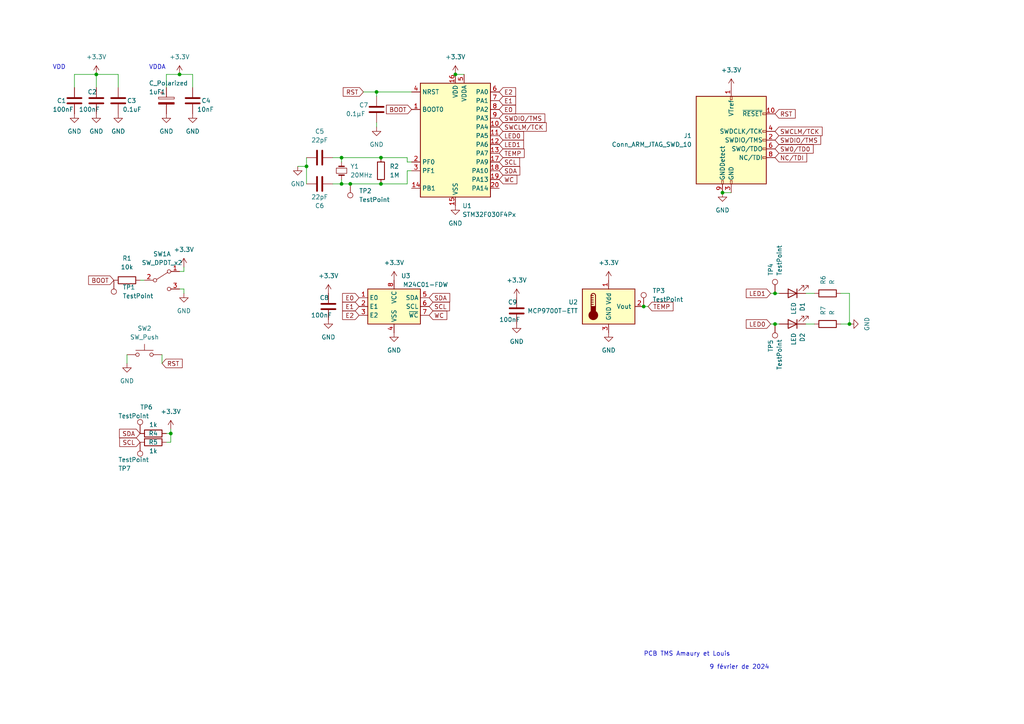
<source format=kicad_sch>
(kicad_sch (version 20211123) (generator eeschema)
  (paper "A4")
  (lib_symbols
    (symbol "Connector:Conn_ARM_JTAG_SWD_10" (pin_names (offset 1.016))
      (property "Reference" "J" (at -2.54 16.51 0))
      (property "Value" "Conn_ARM_JTAG_SWD_10" (at -2.54 13.97 0))
      (symbol "Conn_ARM_JTAG_SWD_10_0_1"
        (rectangle (start -10.16 12.7) (end 10.16 -12.7) (stroke (width 0.254)) (fill (type background)))
        (rectangle (start -2.794 -12.7) (end -2.286 -11.684))
        (rectangle (start -0.254 -12.7) (end 0.254 -11.684))
        (rectangle (start -0.254 12.7) (end 0.254 11.684))
        (rectangle (start 9.144 2.286) (end 10.16 2.794))
        (rectangle (start 10.16 -2.794) (end 9.144 -2.286))
        (rectangle (start 10.16 -0.254) (end 9.144 0.254))
        (rectangle (start 10.16 7.874) (end 9.144 7.366))
      )
      (symbol "Conn_ARM_JTAG_SWD_10_1_1"
        (rectangle (start 9.144 -5.334) (end 10.16 -4.826))
        (pin power_in line (at 0 15.24 270) (length 2.54) (name "VTref") (number "1"))
        (pin open_collector line (at 12.7 7.62 180) (length 2.54) (name "~{RESET}") (number "10"))
        (pin bidirectional line (at 12.7 0 180) (length 2.54) (name "SWDIO/TMS") (number "2"))
        (pin power_in line (at 0 -15.24 90) (length 2.54) (name "GND") (number "3"))
        (pin output line (at 12.7 2.54 180) (length 2.54) (name "SWDCLK/TCK") (number "4"))
        (pin passive line (at 0 -15.24 90) (length 2.54) hide (name "GND") (number "5"))
        (pin input line (at 12.7 -2.54 180) (length 2.54) (name "SWO/TDO") (number "6"))
        (pin no_connect line (at -10.16 0 0) (length 2.54) hide (name "KEY") (number "7"))
        (pin output line (at 12.7 -5.08 180) (length 2.54) (name "NC/TDI") (number "8"))
        (pin passive line (at -2.54 -15.24 90) (length 2.54) (name "GNDDetect") (number "9"))
      )
    )
    (symbol "Connector:TestPoint" (pin_numbers hide) (pin_names (offset 0.762) hide)
      (property "Reference" "TP" (at 0 6.858 0))
      (property "Value" "TestPoint" (at 0 5.08 0))
      (symbol "TestPoint_0_1"
        (circle (center 0 3.302) (radius 0.762))
      )
      (symbol "TestPoint_1_1"
        (pin passive line (at 0 0 90) (length 2.54) (name "1") (number "1"))
      )
    )
    (symbol "Device:C" (pin_numbers hide) (pin_names (offset 0.254))
      (property "Reference" "C" (at 0.635 2.54 0))
      (property "Value" "C" (at 0.635 -2.54 0))
      (symbol "C_0_1"
        (polyline (pts (xy -2.032 -0.762) (xy 2.032 -0.762)) (stroke (width 0.508)))
        (polyline (pts (xy -2.032 0.762) (xy 2.032 0.762)) (stroke (width 0.508)))
      )
      (symbol "C_1_1"
        (pin passive line (at 0 3.81 270) (length 2.794) (name "~") (number "1"))
        (pin passive line (at 0 -3.81 90) (length 2.794) (name "~") (number "2"))
      )
    )
    (symbol "Device:C_Polarized" (pin_numbers hide) (pin_names (offset 0.254))
      (property "Reference" "C" (at 0.635 2.54 0))
      (property "Value" "C_Polarized" (at 0.635 -2.54 0))
      (symbol "C_Polarized_0_1"
        (rectangle (start -2.286 0.508) (end 2.286 1.016))
        (polyline (pts (xy -1.778 2.286) (xy -0.762 2.286)))
        (polyline (pts (xy -1.27 2.794) (xy -1.27 1.778)))
        (rectangle (start 2.286 -0.508) (end -2.286 -1.016) (fill (type outline)))
      )
      (symbol "C_Polarized_1_1"
        (pin passive line (at 0 3.81 270) (length 2.794) (name "~") (number "1"))
        (pin passive line (at 0 -3.81 90) (length 2.794) (name "~") (number "2"))
      )
    )
    (symbol "Device:Crystal_Small" (pin_numbers hide) (pin_names (offset 1.016) hide)
      (property "Reference" "Y" (at 0 2.54 0))
      (property "Value" "Crystal_Small" (at 0 -2.54 0))
      (symbol "Crystal_Small_0_1"
        (rectangle (start -0.762 -1.524) (end 0.762 1.524))
        (polyline (pts (xy -1.27 -0.762) (xy -1.27 0.762)) (stroke (width 0.381)))
        (polyline (pts (xy 1.27 -0.762) (xy 1.27 0.762)) (stroke (width 0.381)))
      )
      (symbol "Crystal_Small_1_1"
        (pin passive line (at -2.54 0 0) (length 1.27) (name "1") (number "1"))
        (pin passive line (at 2.54 0 180) (length 1.27) (name "2") (number "2"))
      )
    )
    (symbol "Device:LED" (pin_numbers hide) (pin_names (offset 1.016) hide)
      (property "Reference" "D" (at 0 2.54 0))
      (property "Value" "LED" (at 0 -2.54 0))
      (symbol "LED_0_1"
        (polyline (pts (xy -1.27 -1.27) (xy -1.27 1.27)) (stroke (width 0.254)))
        (polyline (pts (xy -1.27 0) (xy 1.27 0)))
        (polyline (pts (xy 1.27 -1.27) (xy 1.27 1.27) (xy -1.27 0) (xy 1.27 -1.27)) (stroke (width 0.254)))
        (polyline (pts (xy -3.048 -0.762) (xy -4.572 -2.286) (xy -3.81 -2.286) (xy -4.572 -2.286) (xy -4.572 -1.524)))
        (polyline (pts (xy -1.778 -0.762) (xy -3.302 -2.286) (xy -2.54 -2.286) (xy -3.302 -2.286) (xy -3.302 -1.524)))
      )
      (symbol "LED_1_1"
        (pin passive line (at -3.81 0 0) (length 2.54) (name "K") (number "1"))
        (pin passive line (at 3.81 0 180) (length 2.54) (name "A") (number "2"))
      )
    )
    (symbol "Device:R" (pin_numbers hide) (pin_names (offset 0))
      (property "Reference" "R" (at 2.032 0 90))
      (property "Value" "R" (at 0 0 90))
      (symbol "R_0_1"
        (rectangle (start -1.016 -2.54) (end 1.016 2.54) (stroke (width 0.254)))
      )
      (symbol "R_1_1"
        (pin passive line (at 0 3.81 270) (length 1.27) (name "~") (number "1"))
        (pin passive line (at 0 -3.81 90) (length 1.27) (name "~") (number "2"))
      )
    )
    (symbol "MCU_ST_STM32F0:STM32F030F4Px"
      (property "Reference" "U" (at -10.16 16.51 0))
      (property "Value" "STM32F030F4Px" (at 5.08 16.51 0))
      (symbol "STM32F030F4Px_0_1"
        (rectangle (start -10.16 -17.78) (end 10.16 15.24) (stroke (width 0.254)) (fill (type background)))
      )
      (symbol "STM32F030F4Px_1_1"
        (pin input line (at -12.7 7.62 0) (length 2.54) (name "BOOT0") (number "1"))
        (pin bidirectional line (at 12.7 2.54 180) (length 2.54) (name "PA4") (number "10"))
        (pin bidirectional line (at 12.7 0 180) (length 2.54) (name "PA5") (number "11"))
        (pin bidirectional line (at 12.7 -2.54 180) (length 2.54) (name "PA6") (number "12"))
        (pin bidirectional line (at 12.7 -5.08 180) (length 2.54) (name "PA7") (number "13"))
        (pin bidirectional line (at -12.7 -15.24 0) (length 2.54) (name "PB1") (number "14"))
        (pin power_in line (at 0 -20.32 90) (length 2.54) (name "VSS") (number "15"))
        (pin power_in line (at 0 17.78 270) (length 2.54) (name "VDD") (number "16"))
        (pin bidirectional line (at 12.7 -7.62 180) (length 2.54) (name "PA9") (number "17"))
        (pin bidirectional line (at 12.7 -10.16 180) (length 2.54) (name "PA10") (number "18"))
        (pin bidirectional line (at 12.7 -12.7 180) (length 2.54) (name "PA13") (number "19"))
        (pin input line (at -12.7 -7.62 0) (length 2.54) (name "PF0") (number "2"))
        (pin bidirectional line (at 12.7 -15.24 180) (length 2.54) (name "PA14") (number "20"))
        (pin input line (at -12.7 -10.16 0) (length 2.54) (name "PF1") (number "3"))
        (pin input line (at -12.7 12.7 0) (length 2.54) (name "NRST") (number "4"))
        (pin power_in line (at 2.54 17.78 270) (length 2.54) (name "VDDA") (number "5"))
        (pin bidirectional line (at 12.7 12.7 180) (length 2.54) (name "PA0") (number "6"))
        (pin bidirectional line (at 12.7 10.16 180) (length 2.54) (name "PA1") (number "7"))
        (pin bidirectional line (at 12.7 7.62 180) (length 2.54) (name "PA2") (number "8"))
        (pin bidirectional line (at 12.7 5.08 180) (length 2.54) (name "PA3") (number "9"))
      )
    )
    (symbol "Memory_EEPROM:M24C01-FDW"
      (property "Reference" "U" (at -6.35 6.35 0))
      (property "Value" "M24C01-FDW" (at 7.62 6.35 0))
      (symbol "M24C01-FDW_0_1"
        (rectangle (start -7.62 5.08) (end 7.62 -5.08) (stroke (width 0.254)) (fill (type background)))
      )
      (symbol "M24C01-FDW_1_1"
        (pin input line (at -10.16 2.54 0) (length 2.54) (name "E0") (number "1"))
        (pin input line (at -10.16 0 0) (length 2.54) (name "E1") (number "2"))
        (pin input line (at -10.16 -2.54 0) (length 2.54) (name "E2") (number "3"))
        (pin power_in line (at 0 -7.62 90) (length 2.54) (name "VSS") (number "4"))
        (pin bidirectional line (at 10.16 2.54 180) (length 2.54) (name "SDA") (number "5"))
        (pin input line (at 10.16 0 180) (length 2.54) (name "SCL") (number "6"))
        (pin input line (at 10.16 -2.54 180) (length 2.54) (name "~{WC}") (number "7"))
        (pin power_in line (at 0 7.62 270) (length 2.54) (name "VCC") (number "8"))
      )
    )
    (symbol "Sensor_Temperature:MCP9700T-ETT" (pin_names (offset 1.016))
      (property "Reference" "U" (at -6.35 6.35 0))
      (property "Value" "MCP9700T-ETT" (at 1.27 6.35 0))
      (symbol "MCP9700T-ETT_0_1"
        (rectangle (start -7.62 5.08) (end 7.62 -5.08) (stroke (width 0.254)) (fill (type background)))
        (circle (center -4.445 -2.54) (radius 1.27) (stroke (width 0.254)) (fill (type outline)))
        (rectangle (start -3.81 -1.905) (end -5.08 0) (stroke (width 0.254)) (fill (type outline)))
        (arc (start -3.81 3.175) (mid -4.445 3.81) (end -5.08 3.175) (stroke (width 0.254)))
        (polyline (pts (xy -5.08 0.635) (xy -4.445 0.635)) (stroke (width 0.254)))
        (polyline (pts (xy -5.08 1.27) (xy -4.445 1.27)) (stroke (width 0.254)))
        (polyline (pts (xy -5.08 1.905) (xy -4.445 1.905)) (stroke (width 0.254)))
        (polyline (pts (xy -5.08 2.54) (xy -4.445 2.54)) (stroke (width 0.254)))
        (polyline (pts (xy -5.08 3.175) (xy -5.08 0)) (stroke (width 0.254)))
        (polyline (pts (xy -5.08 3.175) (xy -4.445 3.175)) (stroke (width 0.254)))
        (polyline (pts (xy -3.81 3.175) (xy -3.81 0)) (stroke (width 0.254)))
      )
      (symbol "MCP9700T-ETT_1_1"
        (pin power_in line (at 0 7.62 270) (length 2.54) (name "Vdd") (number "1"))
        (pin output line (at 10.16 0 180) (length 2.54) (name "Vout") (number "2"))
        (pin power_in line (at 0 -7.62 90) (length 2.54) (name "GND") (number "3"))
      )
    )
    (symbol "Switch:SW_DPDT_x2" (pin_names (offset 0) hide)
      (property "Reference" "SW" (at 0 4.318 0))
      (property "Value" "SW_DPDT_x2" (at 0 -5.08 0))
      (symbol "SW_DPDT_x2_0_0"
        (circle (center -2.032 0) (radius 0.508))
        (circle (center 2.032 -2.54) (radius 0.508))
      )
      (symbol "SW_DPDT_x2_0_1"
        (polyline (pts (xy -1.524 0.254) (xy 1.651 2.286)))
        (circle (center 2.032 2.54) (radius 0.508))
      )
      (symbol "SW_DPDT_x2_1_1"
        (pin passive line (at 5.08 2.54 180) (length 2.54) (name "A") (number "1"))
        (pin passive line (at -5.08 0 0) (length 2.54) (name "B") (number "2"))
        (pin passive line (at 5.08 -2.54 180) (length 2.54) (name "C") (number "3"))
      )
      (symbol "SW_DPDT_x2_2_1"
        (pin passive line (at 5.08 2.54 180) (length 2.54) (name "A") (number "4"))
        (pin passive line (at -5.08 0 0) (length 2.54) (name "B") (number "5"))
        (pin passive line (at 5.08 -2.54 180) (length 2.54) (name "C") (number "6"))
      )
    )
    (symbol "Switch:SW_Push" (pin_numbers hide) (pin_names (offset 1.016) hide)
      (property "Reference" "SW" (at 1.27 2.54 0))
      (property "Value" "SW_Push" (at 0 -1.524 0))
      (symbol "SW_Push_0_1"
        (circle (center -2.032 0) (radius 0.508))
        (polyline (pts (xy 0 1.27) (xy 0 3.048)))
        (polyline (pts (xy 2.54 1.27) (xy -2.54 1.27)))
        (circle (center 2.032 0) (radius 0.508))
        (pin passive line (at -5.08 0 0) (length 2.54) (name "1") (number "1"))
        (pin passive line (at 5.08 0 180) (length 2.54) (name "2") (number "2"))
      )
    )
    (symbol "power:+3.3V" (power) (pin_names (offset 0))
      (property "Value" "+3.3V" (at 0 3.556 0))
      (symbol "+3.3V_0_1"
        (polyline (pts (xy -0.762 1.27) (xy 0 2.54)))
        (polyline (pts (xy 0 0) (xy 0 2.54)))
        (polyline (pts (xy 0 2.54) (xy 0.762 1.27)))
      )
      (symbol "+3.3V_1_1"
        (pin power_in line (at 0 0 90) (length 0) hide (name "+3.3V") (number "1"))
      )
    )
    (symbol "power:GND" (power) (pin_names (offset 0))
      (property "Value" "GND" (at 0 -3.81 0))
      (symbol "GND_0_1"
        (polyline (pts (xy 0 0) (xy 0 -1.27) (xy 1.27 -1.27) (xy 0 -2.54) (xy -1.27 -1.27) (xy 0 -1.27)))
      )
      (symbol "GND_1_1"
        (pin power_in line (at 0 0 270) (length 0) hide (name "GND") (number "1"))
      )
    )
  )
  (junction (at 110.49 53.34))
  (junction (at 49.53 125.73))
  (junction (at 246.38 93.98))
  (junction (at 209.55 55.88))
  (junction (at 88.9 48.26))
  (junction (at 186.69 88.9))
  (junction (at 224.79 93.98))
  (junction (at 224.79 85.09))
  (junction (at 99.06 53.34))
  (junction (at 27.94 21.59))
  (junction (at 109.22 26.67))
  (junction (at 132.08 21.59))
  (junction (at 52.07 21.59))
  (junction (at 110.49 45.72))
  (junction (at 101.6 53.34))
  (junction (at 99.06 45.72))
  (wire (pts (xy 36.83 102.87) (xy 36.83 105.41)))
  (wire (pts (xy 88.9 48.26) (xy 88.9 53.34)))
  (wire (pts (xy 223.52 85.09) (xy 224.79 85.09)))
  (wire (pts (xy 49.53 125.73) (xy 48.26 125.73)))
  (wire (pts (xy 99.06 53.34) (xy 101.6 53.34)))
  (wire (pts (xy 233.68 85.09) (xy 236.22 85.09)))
  (wire (pts (xy 109.22 26.67) (xy 109.22 27.94)))
  (wire (pts (xy 110.49 45.72) (xy 118.11 45.72)))
  (wire (pts (xy 49.53 125.73) (xy 49.53 128.27)))
  (wire (pts (xy 118.11 46.99) (xy 119.38 46.99)))
  (wire (pts (xy 88.9 45.72) (xy 88.9 48.26)))
  (wire (pts (xy 209.55 55.88) (xy 212.09 55.88)))
  (wire (pts (xy 101.6 53.34) (xy 110.49 53.34)))
  (wire (pts (xy 46.99 102.87) (xy 46.99 105.41)))
  (wire (pts (xy 99.06 45.72) (xy 110.49 45.72)))
  (wire (pts (xy 53.34 78.74) (xy 52.07 78.74)))
  (wire (pts (xy 40.64 81.28) (xy 41.91 81.28)))
  (wire (pts (xy 118.11 45.72) (xy 118.11 46.99)))
  (wire (pts (xy 86.36 48.26) (xy 88.9 48.26)))
  (wire (pts (xy 99.06 46.99) (xy 99.06 45.72)))
  (wire (pts (xy 49.53 128.27) (xy 48.26 128.27)))
  (wire (pts (xy 21.59 21.59) (xy 21.59 25.4)))
  (wire (pts (xy 34.29 21.59) (xy 27.94 21.59)))
  (wire (pts (xy 96.52 53.34) (xy 99.06 53.34)))
  (wire (pts (xy 224.79 93.98) (xy 226.06 93.98)))
  (wire (pts (xy 96.52 45.72) (xy 99.06 45.72)))
  (wire (pts (xy 224.79 85.09) (xy 226.06 85.09)))
  (wire (pts (xy 243.84 93.98) (xy 246.38 93.98)))
  (wire (pts (xy 53.34 83.82) (xy 53.34 85.09)))
  (wire (pts (xy 34.29 25.4) (xy 34.29 21.59)))
  (wire (pts (xy 27.94 21.59) (xy 27.94 25.4)))
  (wire (pts (xy 187.96 88.9) (xy 186.69 88.9)))
  (wire (pts (xy 132.08 21.59) (xy 134.62 21.59)))
  (wire (pts (xy 109.22 35.56) (xy 109.22 36.83)))
  (wire (pts (xy 118.11 49.53) (xy 118.11 53.34)))
  (wire (pts (xy 55.88 25.4) (xy 55.88 21.59)))
  (wire (pts (xy 110.49 53.34) (xy 118.11 53.34)))
  (wire (pts (xy 99.06 52.07) (xy 99.06 53.34)))
  (wire (pts (xy 119.38 49.53) (xy 118.11 49.53)))
  (wire (pts (xy 109.22 26.67) (xy 119.38 26.67)))
  (wire (pts (xy 27.94 21.59) (xy 21.59 21.59)))
  (wire (pts (xy 55.88 21.59) (xy 52.07 21.59)))
  (wire (pts (xy 223.52 93.98) (xy 224.79 93.98)))
  (wire (pts (xy 53.34 77.47) (xy 53.34 78.74)))
  (wire (pts (xy 52.07 21.59) (xy 48.26 21.59)))
  (wire (pts (xy 52.07 83.82) (xy 53.34 83.82)))
  (wire (pts (xy 48.26 21.59) (xy 48.26 25.4)))
  (wire (pts (xy 49.53 124.46) (xy 49.53 125.73)))
  (wire (pts (xy 246.38 85.09) (xy 246.38 93.98)))
  (wire (pts (xy 233.68 93.98) (xy 236.22 93.98)))
  (wire (pts (xy 243.84 85.09) (xy 246.38 85.09)))
  (wire (pts (xy 105.41 26.67) (xy 109.22 26.67)))
  (text "VDDA" (at 43.18 20.32 0) (effects (font (size 1.27 1.27)) (justify left bottom)))
  (text "9 février de 2024" (at 205.74 194.31 0) (effects (font (size 1.27 1.27)) (justify left bottom)))
  (text "VDD" (at 15.24 20.32 0) (effects (font (size 1.27 1.27)) (justify left bottom)))
  (text "PCB TMS Amaury et Louis" (at 186.69 190.5 0) (effects (font (size 1.27 1.27)) (justify left bottom)))
  (global_label "WC" (shape input) (at 124.46 91.44 0) (property "Références Inter-Feuilles" "${INTERSHEET_REFS}" (effects hide)))
  (global_label "SDA" (shape input) (at 40.64 125.73 180) (property "Références Inter-Feuilles" "${INTERSHEET_REFS}" (effects hide)))
  (global_label "E2" (shape input) (at 104.14 91.44 180) (property "Références Inter-Feuilles" "${INTERSHEET_REFS}" (effects hide)))
  (global_label "LED1" (shape input) (at 223.52 85.09 180) (property "Références Inter-Feuilles" "${INTERSHEET_REFS}" (effects hide)))
  (global_label "SWCLM{slash}TCK" (shape input) (at 144.78 36.83 0) (property "Références Inter-Feuilles" "${INTERSHEET_REFS}" (effects hide)))
  (global_label "SWDIO{slash}TMS" (shape input) (at 144.78 34.29 0) (property "Références Inter-Feuilles" "${INTERSHEET_REFS}" (effects hide)))
  (global_label "TEMP" (shape input) (at 187.96 88.9 0) (property "Références Inter-Feuilles" "${INTERSHEET_REFS}" (effects hide)))
  (global_label "LED0" (shape input) (at 223.52 93.98 180) (property "Références Inter-Feuilles" "${INTERSHEET_REFS}" (effects hide)))
  (global_label "E0" (shape input) (at 144.78 31.75 0) (property "Références Inter-Feuilles" "${INTERSHEET_REFS}" (effects hide)))
  (global_label "LED0" (shape input) (at 144.78 39.37 0) (property "Références Inter-Feuilles" "${INTERSHEET_REFS}" (effects hide)))
  (global_label "E1" (shape input) (at 104.14 88.9 180) (property "Références Inter-Feuilles" "${INTERSHEET_REFS}" (effects hide)))
  (global_label "RST" (shape input) (at 46.99 105.41 0) (property "Références Inter-Feuilles" "${INTERSHEET_REFS}" (effects hide)))
  (global_label "NC{slash}TDI" (shape input) (at 224.79 45.72 0) (property "Références Inter-Feuilles" "${INTERSHEET_REFS}" (effects hide)))
  (global_label "BOOT" (shape input) (at 119.38 31.75 180) (property "Références Inter-Feuilles" "${INTERSHEET_REFS}" (effects hide)))
  (global_label "SW0{slash}TD0" (shape input) (at 224.79 43.18 0) (property "Références Inter-Feuilles" "${INTERSHEET_REFS}" (effects hide)))
  (global_label "SWCLM{slash}TCK" (shape input) (at 224.79 38.1 0) (property "Références Inter-Feuilles" "${INTERSHEET_REFS}" (effects hide)))
  (global_label "SDA" (shape input) (at 124.46 86.36 0) (property "Références Inter-Feuilles" "${INTERSHEET_REFS}" (effects hide)))
  (global_label "BOOT" (shape input) (at 33.02 81.28 180) (property "Références Inter-Feuilles" "${INTERSHEET_REFS}" (effects hide)))
  (global_label "E0" (shape input) (at 104.14 86.36 180) (property "Références Inter-Feuilles" "${INTERSHEET_REFS}" (effects hide)))
  (global_label "E1" (shape input) (at 144.78 29.21 0) (property "Références Inter-Feuilles" "${INTERSHEET_REFS}" (effects hide)))
  (global_label "SCL" (shape input) (at 124.46 88.9 0) (property "Références Inter-Feuilles" "${INTERSHEET_REFS}" (effects hide)))
  (global_label "E2" (shape input) (at 144.78 26.67 0) (property "Références Inter-Feuilles" "${INTERSHEET_REFS}" (effects hide)))
  (global_label "RST" (shape input) (at 105.41 26.67 180) (property "Références Inter-Feuilles" "${INTERSHEET_REFS}" (effects hide)))
  (global_label "SWDIO{slash}TMS" (shape input) (at 224.79 40.64 0) (property "Références Inter-Feuilles" "${INTERSHEET_REFS}" (effects hide)))
  (global_label "TEMP" (shape input) (at 144.78 44.45 0) (property "Références Inter-Feuilles" "${INTERSHEET_REFS}" (effects hide)))
  (global_label "SCL" (shape input) (at 40.64 128.27 180) (property "Références Inter-Feuilles" "${INTERSHEET_REFS}" (effects hide)))
  (global_label "SDA" (shape input) (at 144.78 49.53 0) (property "Références Inter-Feuilles" "${INTERSHEET_REFS}" (effects hide)))
  (global_label "LED1" (shape input) (at 144.78 41.91 0) (property "Références Inter-Feuilles" "${INTERSHEET_REFS}" (effects hide)))
  (global_label "RST" (shape input) (at 224.79 33.02 0) (property "Références Inter-Feuilles" "${INTERSHEET_REFS}" (effects hide)))
  (global_label "SCL" (shape input) (at 144.78 46.99 0) (property "Références Inter-Feuilles" "${INTERSHEET_REFS}" (effects hide)))
  (global_label "WC" (shape input) (at 144.78 52.07 0) (property "Références Inter-Feuilles" "${INTERSHEET_REFS}" (effects hide)))
  (symbol (lib_id "power:GND") (at 86.36 48.26 0) (unit 1)
    (property "Reference" "#PWR0111" (effects hide))
    (property "Value" "GND" (at 86.36 53.34 0))
  )
  (symbol (lib_id "Connector:TestPoint") (at 40.64 125.73 0) (unit 1)
    (property "Reference" "TP6" (at 40.64 118.11 0) (effects (justify left)))
    (property "Value" "TestPoint" (at 34.29 120.65 0) (effects (justify left)))
    (property "Footprint" "TestPoint:TestPoint_Pad_D1.0mm" (effects hide))
  )
  (symbol (lib_id "Connector:TestPoint") (at 40.64 128.27 180) (unit 1)
    (property "Reference" "TP7" (at 34.29 135.89 0) (effects (justify right)))
    (property "Value" "TestPoint" (at 34.29 133.35 0) (effects (justify right)))
    (property "Footprint" "TestPoint:TestPoint_Pad_D1.0mm" (effects hide))
  )
  (symbol (lib_id "Device:C") (at 95.25 88.9 180) (unit 1)
    (property "Reference" "C8" (at 92.71 86.36 0) (effects (justify right)))
    (property "Value" "100nF" (at 90.17 91.44 0) (effects (justify right)))
    (property "Footprint" "Capacitor_SMD:C_0603_1608Metric_Pad1.08x0.95mm_HandSolder" (effects hide))
  )
  (symbol (lib_id "Device:C") (at 92.71 45.72 90) (unit 1)
    (property "Reference" "C5" (at 92.71 38.1 90))
    (property "Value" "22pF" (at 92.71 40.64 90))
    (property "Footprint" "Capacitor_SMD:C_0603_1608Metric_Pad1.08x0.95mm_HandSolder" (effects hide))
  )
  (symbol (lib_id "power:GND") (at 36.83 105.41 0) (unit 1)
    (property "Reference" "#PWR0112" (effects hide))
    (property "Value" "GND" (at 36.83 110.49 0))
  )
  (symbol (lib_id "Device:R") (at 44.45 128.27 90) (unit 1)
    (property "Reference" "R5" (at 44.45 128.27 90))
    (property "Value" "1k" (at 44.45 130.81 90))
    (property "Footprint" "Resistor_SMD:R_0603_1608Metric_Pad0.98x0.95mm_HandSolder" (effects hide))
  )
  (symbol (lib_id "Device:C_Polarized") (at 48.26 29.21 0) (unit 1)
    (property "Reference" "1uF1" (at 43.18 26.67 0) (effects (justify left)))
    (property "Value" "C_Polarized" (at 43.18 24.13 0) (effects (justify left)))
    (property "Footprint" "Capacitor_SMD:C_0603_1608Metric_Pad1.08x0.95mm_HandSolder" (effects hide))
  )
  (symbol (lib_id "power:+3.3V") (at 176.53 81.28 0) (unit 1)
    (property "Reference" "#PWR0117" (effects hide))
    (property "Value" "+3.3V" (at 176.53 76.2 0))
  )
  (symbol (lib_id "power:GND") (at 132.08 59.69 0) (unit 1)
    (property "Reference" "#PWR0110" (effects hide))
    (property "Value" "GND" (at 132.08 64.77 0))
  )
  (symbol (lib_id "Memory_EEPROM:M24C01-FDW") (at 114.3 88.9 0) (unit 1)
    (property "Reference" "U3" (at 116.3194 80.01 0) (effects (justify left)))
    (property "Value" "M24C01-FDW" (at 116.84 82.55 0) (effects (justify left)))
    (property "Footprint" "Package_SO:TSSOP-8_4.4x3mm_P0.65mm" (effects hide))
    (property "Datasheet" "http://www.st.com/content/ccc/resource/technical/document/datasheet/b0/d8/50/40/5a/85/49/6f/DM00071904.pdf/files/DM00071904.pdf/jcr:content/translations/en.DM00071904.pdf" (effects hide))
  )
  (symbol (lib_id "power:GND") (at 114.3 96.52 0) (unit 1)
    (property "Reference" "#PWR0120" (effects hide))
    (property "Value" "GND" (at 114.3 101.6 0))
  )
  (symbol (lib_id "Connector:Conn_ARM_JTAG_SWD_10") (at 212.09 40.64 0) (unit 1)
    (property "Reference" "J1" (at 200.66 39.3699 0) (effects (justify right)))
    (property "Value" "Conn_ARM_JTAG_SWD_10" (at 200.66 41.9099 0) (effects (justify right)))
    (property "Footprint" "Connector_PinHeader_2.54mm:PinHeader_2x05_P2.54mm_Vertical" (effects hide))
    (property "Datasheet" "http://infocenter.arm.com/help/topic/com.arm.doc.ddi0314h/DDI0314H_coresight_components_trm.pdf" (effects hide))
  )
  (symbol (lib_id "power:+3.3V") (at 95.25 85.09 0) (unit 1)
    (property "Reference" "#PWR0123" (effects hide))
    (property "Value" "+3.3V" (at 95.25 80.01 0))
  )
  (symbol (lib_id "Connector:TestPoint") (at 224.79 85.09 0) (unit 1)
    (property "Reference" "TP4" (at 223.5199 80.01 90) (effects (justify left)))
    (property "Value" "TestPoint" (at 226.0599 80.01 90) (effects (justify left)))
    (property "Footprint" "TestPoint:TestPoint_Pad_D1.0mm" (effects hide))
  )
  (symbol (lib_id "Device:C") (at 109.22 31.75 180) (unit 1)
    (property "Reference" "C7" (at 104.14 30.48 0) (effects (justify right)))
    (property "Value" "0.1µF" (at 100.33 33.02 0) (effects (justify right)))
    (property "Footprint" "Capacitor_SMD:C_0603_1608Metric_Pad1.08x0.95mm_HandSolder" (effects hide))
  )
  (symbol (lib_id "power:+3.3V") (at 212.09 25.4 0) (unit 1)
    (property "Reference" "#PWR0113" (effects hide))
    (property "Value" "+3.3V" (at 212.09 20.32 0))
  )
  (symbol (lib_id "MCU_ST_STM32F0:STM32F030F4Px") (at 132.08 39.37 0) (unit 1)
    (property "Reference" "U1" (at 134.0994 59.69 0) (effects (justify left)))
    (property "Value" "STM32F030F4Px" (at 134.0994 62.23 0) (effects (justify left)))
    (property "Footprint" "Package_SO:TSSOP-20_4.4x6.5mm_P0.65mm" (effects hide))
    (property "Datasheet" "http://www.st.com/st-web-ui/static/active/en/resource/technical/document/datasheet/DM00088500.pdf" (effects hide))
  )
  (symbol (lib_id "Device:C") (at 21.59 29.21 180) (unit 1)
    (property "Reference" "C1" (at 16.51 29.21 0) (effects (justify right)))
    (property "Value" "100nF" (at 15.24 31.75 0) (effects (justify right)))
    (property "Footprint" "Capacitor_SMD:C_0603_1608Metric_Pad1.08x0.95mm_HandSolder" (effects hide))
  )
  (symbol (lib_id "power:+3.3V") (at 49.53 124.46 0) (unit 1)
    (property "Reference" "#PWR0119" (effects hide))
    (property "Value" "+3.3V" (at 49.53 119.38 0))
  )
  (symbol (lib_id "Connector:TestPoint") (at 186.69 88.9 0) (unit 1)
    (property "Reference" "TP3" (at 189.23 84.3279 0) (effects (justify left)))
    (property "Value" "TestPoint" (at 189.23 86.8679 0) (effects (justify left)))
    (property "Footprint" "TestPoint:TestPoint_Pad_D1.0mm" (effects hide))
  )
  (symbol (lib_id "Device:C") (at 55.88 29.21 180) (unit 1)
    (property "Reference" "C4" (at 58.42 29.21 0) (effects (justify right)))
    (property "Value" "10nF" (at 57.15 31.75 0) (effects (justify right)))
    (property "Footprint" "Capacitor_SMD:C_0603_1608Metric_Pad1.08x0.95mm_HandSolder" (effects hide))
  )
  (symbol (lib_id "Device:R") (at 44.45 125.73 270) (unit 1)
    (property "Reference" "R4" (at 44.45 125.73 90))
    (property "Value" "1k" (at 44.45 123.19 90))
    (property "Footprint" "Resistor_SMD:R_0603_1608Metric_Pad0.98x0.95mm_HandSolder" (effects hide))
  )
  (symbol (lib_id "Device:C") (at 149.86 90.17 180) (unit 1)
    (property "Reference" "C9" (at 147.32 87.63 0) (effects (justify right)))
    (property "Value" "100nF" (at 144.78 92.71 0) (effects (justify right)))
    (property "Footprint" "Capacitor_SMD:C_0603_1608Metric_Pad1.08x0.95mm_HandSolder" (effects hide))
  )
  (symbol (lib_id "power:GND") (at 48.26 33.02 0) (unit 1)
    (property "Reference" "#PWR0107" (effects hide))
    (property "Value" "GND" (at 48.26 38.1 0))
  )
  (symbol (lib_id "power:GND") (at 209.55 55.88 0) (unit 1)
    (property "Reference" "#PWR0114" (effects hide))
    (property "Value" "GND" (at 209.55 60.96 0))
  )
  (symbol (lib_id "Device:C") (at 92.71 53.34 90) (unit 1)
    (property "Reference" "C6" (at 92.71 59.69 90))
    (property "Value" "22pF" (at 92.71 57.15 90))
    (property "Footprint" "Capacitor_SMD:C_0603_1608Metric_Pad1.08x0.95mm_HandSolder" (effects hide))
  )
  (symbol (lib_id "Switch:SW_Push") (at 41.91 102.87 0) (unit 1)
    (property "Reference" "SW2" (at 41.91 95.25 0))
    (property "Value" "SW_Push" (at 41.91 97.79 0))
    (property "Footprint" "Button_Switch_SMD:SW_SPST_SKQG_WithStem" (effects hide))
  )
  (symbol (lib_id "power:GND") (at 176.53 96.52 0) (unit 1)
    (property "Reference" "#PWR0118" (effects hide))
    (property "Value" "GND" (at 176.53 101.6 0))
  )
  (symbol (lib_id "Connector:TestPoint") (at 101.6 53.34 180) (unit 1)
    (property "Reference" "TP2" (at 104.14 55.3719 0) (effects (justify right)))
    (property "Value" "TestPoint" (at 104.14 57.9119 0) (effects (justify right)))
    (property "Footprint" "TestPoint:TestPoint_Pad_D1.0mm" (effects hide))
  )
  (symbol (lib_id "power:GND") (at 27.94 33.02 0) (unit 1)
    (property "Reference" "#PWR0103" (effects hide))
    (property "Value" "GND" (at 27.94 38.1 0))
  )
  (symbol (lib_id "power:GND") (at 53.34 85.09 0) (unit 1)
    (property "Reference" "#PWR0109" (effects hide))
    (property "Value" "GND" (at 53.34 90.17 0))
  )
  (symbol (lib_id "Device:Crystal_Small") (at 99.06 49.53 90) (unit 1)
    (property "Reference" "Y1" (at 101.6 48.2599 90) (effects (justify right)))
    (property "Value" "20MHz" (at 101.6 50.7999 90) (effects (justify right)))
    (property "Footprint" "Crystal:Crystal_SMD_HC49-SD_HandSoldering" (effects hide))
  )
  (symbol (lib_id "Device:LED") (at 229.87 85.09 180) (unit 1)
    (property "Reference" "D1" (at 232.7276 87.63 90) (effects (justify left)))
    (property "Value" "LED" (at 230.1876 87.63 90) (effects (justify left)))
    (property "Footprint" "Diode_SMD:D_0603_1608Metric_Pad1.05x0.95mm_HandSolder" (effects hide))
  )
  (symbol (lib_id "Device:R") (at 240.03 93.98 90) (unit 1)
    (property "Reference" "R7" (at 238.7599 91.44 0) (effects (justify left)))
    (property "Value" "R" (at 241.2999 91.44 0) (effects (justify left)))
    (property "Footprint" "Resistor_SMD:R_0603_1608Metric_Pad0.98x0.95mm_HandSolder" (effects hide))
  )
  (symbol (lib_id "power:GND") (at 95.25 92.71 0) (unit 1)
    (property "Reference" "#PWR0124" (effects hide))
    (property "Value" "GND" (at 95.25 97.79 0))
  )
  (symbol (lib_id "power:+3.3V") (at 53.34 77.47 0) (unit 1)
    (property "Reference" "#PWR0108" (effects hide))
    (property "Value" "+3.3V" (at 53.34 72.39 0))
  )
  (symbol (lib_id "Switch:SW_DPDT_x2") (at 46.99 81.28 0) (unit 1)
    (property "Reference" "SW1" (at 46.99 73.66 0))
    (property "Value" "SW_DPDT_x2" (at 46.99 76.2 0))
    (property "Footprint" "Connector_PinHeader_2.54mm:PinHeader_1x03_P2.54mm_Vertical" (effects hide))
  )
  (symbol (lib_id "Device:C") (at 27.94 29.21 180) (unit 1)
    (property "Reference" "C2" (at 25.4 26.67 0) (effects (justify right)))
    (property "Value" "100nF" (at 22.86 31.75 0) (effects (justify right)))
    (property "Footprint" "Capacitor_SMD:C_0603_1608Metric_Pad1.08x0.95mm_HandSolder" (effects hide))
  )
  (symbol (lib_id "Device:R") (at 110.49 49.53 0) (unit 1)
    (property "Reference" "R2" (at 113.03 48.2599 0) (effects (justify left)))
    (property "Value" "1M" (at 113.03 50.7999 0) (effects (justify left)))
    (property "Footprint" "Resistor_SMD:R_0603_1608Metric_Pad0.98x0.95mm_HandSolder" (effects hide))
  )
  (symbol (lib_id "power:+3.3V") (at 27.94 21.59 0) (unit 1)
    (property "Reference" "#PWR0102" (effects hide))
    (property "Value" "+3.3V" (at 27.94 16.51 0))
  )
  (symbol (lib_id "Device:C") (at 34.29 29.21 180) (unit 1)
    (property "Reference" "C3" (at 36.83 29.21 0) (effects (justify right)))
    (property "Value" "0.1uF" (at 35.56 31.75 0) (effects (justify right)))
    (property "Footprint" "Capacitor_SMD:C_0603_1608Metric_Pad1.08x0.95mm_HandSolder" (effects hide))
  )
  (symbol (lib_id "power:+3.3V") (at 149.86 86.36 0) (unit 1)
    (property "Reference" "#PWR0125" (effects hide))
    (property "Value" "+3.3V" (at 149.86 81.28 0))
  )
  (symbol (lib_id "power:GND") (at 109.22 36.83 0) (unit 1)
    (property "Reference" "#PWR0115" (effects hide))
    (property "Value" "GND" (at 109.22 41.91 0))
  )
  (symbol (lib_id "Connector:TestPoint") (at 224.79 93.98 180) (unit 1)
    (property "Reference" "TP5" (at 223.52 100.33 90))
    (property "Value" "TestPoint" (at 226.06 102.87 90))
    (property "Footprint" "TestPoint:TestPoint_Pad_D1.0mm" (effects hide))
  )
  (symbol (lib_id "power:GND") (at 149.86 93.98 0) (unit 1)
    (property "Reference" "#PWR0126" (effects hide))
    (property "Value" "GND" (at 149.86 99.06 0))
  )
  (symbol (lib_id "power:+3.3V") (at 132.08 21.59 0) (unit 1)
    (property "Reference" "#PWR0116" (effects hide))
    (property "Value" "+3.3V" (at 132.08 16.51 0))
  )
  (symbol (lib_id "Device:LED") (at 229.87 93.98 180) (unit 1)
    (property "Reference" "D2" (at 232.7276 96.52 90) (effects (justify left)))
    (property "Value" "LED" (at 230.1876 96.52 90) (effects (justify left)))
    (property "Footprint" "Diode_SMD:D_0603_1608Metric_Pad1.05x0.95mm_HandSolder" (effects hide))
  )
  (symbol (lib_id "Sensor_Temperature:MCP9700T-ETT") (at 176.53 88.9 0) (unit 1)
    (property "Reference" "U2" (at 167.64 87.6299 0) (effects (justify right)))
    (property "Value" "MCP9700T-ETT" (at 167.64 90.1699 0) (effects (justify right)))
    (property "Footprint" "Package_TO_SOT_SMD:SOT-23" (effects hide))
    (property "Datasheet" "http://ww1.microchip.com/downloads/en/DeviceDoc/21942e.pdf" (effects hide))
  )
  (symbol (lib_id "Device:R") (at 240.03 85.09 90) (unit 1)
    (property "Reference" "R6" (at 238.7599 82.55 0) (effects (justify left)))
    (property "Value" "R" (at 241.2999 82.55 0) (effects (justify left)))
    (property "Footprint" "Resistor_SMD:R_0603_1608Metric_Pad0.98x0.95mm_HandSolder" (effects hide))
  )
  (symbol (lib_id "power:GND") (at 34.29 33.02 0) (unit 1)
    (property "Reference" "#PWR0104" (effects hide))
    (property "Value" "GND" (at 34.29 38.1 0))
  )
  (symbol (lib_id "power:GND") (at 55.88 33.02 0) (unit 1)
    (property "Reference" "#PWR0106" (effects hide))
    (property "Value" "GND" (at 55.88 38.1 0))
  )
  (symbol (lib_id "Device:R") (at 36.83 81.28 90) (unit 1)
    (property "Reference" "R1" (at 36.83 74.93 90))
    (property "Value" "10k" (at 36.83 77.47 90))
    (property "Footprint" "Resistor_SMD:R_0603_1608Metric_Pad0.98x0.95mm_HandSolder" (effects hide))
  )
  (symbol (lib_id "power:+3.3V") (at 52.07 21.59 0) (unit 1)
    (property "Reference" "#PWR0101" (effects hide))
    (property "Value" "+3.3V" (at 52.07 16.51 0))
  )
  (symbol (lib_id "power:+3.3V") (at 114.3 81.28 0) (unit 1)
    (property "Reference" "#PWR0121" (effects hide))
    (property "Value" "+3.3V" (at 114.3 76.2 0))
  )
  (symbol (lib_id "power:GND") (at 21.59 33.02 0) (unit 1)
    (property "Reference" "#PWR0105" (effects hide))
    (property "Value" "GND" (at 21.59 38.1 0))
  )
  (symbol (lib_id "power:GND") (at 246.38 93.98 90) (unit 1)
    (property "Reference" "#PWR0122" (effects hide))
    (property "Value" "GND" (at 251.46 93.98 0))
  )
  (symbol (lib_id "Connector:TestPoint") (at 33.02 81.28 180) (unit 1)
    (property "Reference" "TP1" (at 35.56 83.3119 0) (effects (justify right)))
    (property "Value" "TestPoint" (at 35.56 85.8519 0) (effects (justify right)))
    (property "Footprint" "TestPoint:TestPoint_Pad_D1.0mm" (effects hide))
  )
)
</source>
